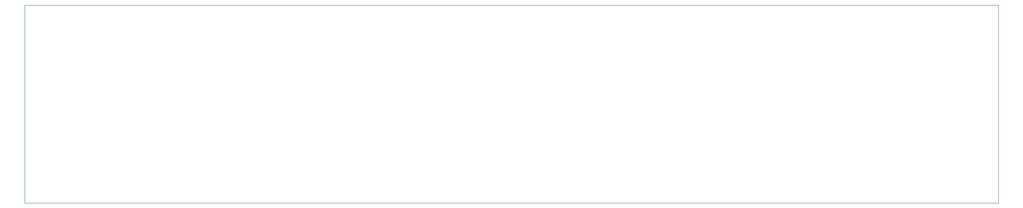
<source format=gbr>
%TF.GenerationSoftware,KiCad,Pcbnew,(6.0.0-0)*%
%TF.CreationDate,2022-01-11T21:33:17-05:00*%
%TF.ProjectId,gpr-controller-combined,6770722d-636f-46e7-9472-6f6c6c65722d,rev?*%
%TF.SameCoordinates,Original*%
%TF.FileFunction,Profile,NP*%
%FSLAX46Y46*%
G04 Gerber Fmt 4.6, Leading zero omitted, Abs format (unit mm)*
G04 Created by KiCad (PCBNEW (6.0.0-0)) date 2022-01-11 21:33:17*
%MOMM*%
%LPD*%
G01*
G04 APERTURE LIST*
%TA.AperFunction,Profile*%
%ADD10C,0.100000*%
%TD*%
G04 APERTURE END LIST*
D10*
X43688000Y-38100000D02*
X237998000Y-38100000D01*
X237998000Y-38100000D02*
X237998000Y-77724000D01*
X237998000Y-77724000D02*
X43688000Y-77724000D01*
X43688000Y-77724000D02*
X43688000Y-38100000D01*
M02*

</source>
